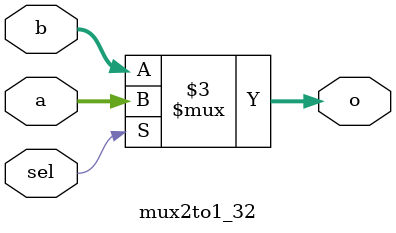
<source format=v>
`timescale 1ns / 1ps
module mux2to1_32(
input wire sel,
input wire[31:0] a,
input wire[31:0] b,

output reg[31:0] o
    );

always@* begin 
	case(sel)
	1: o <= a;
	default: o <= b;
	endcase
end

endmodule

</source>
